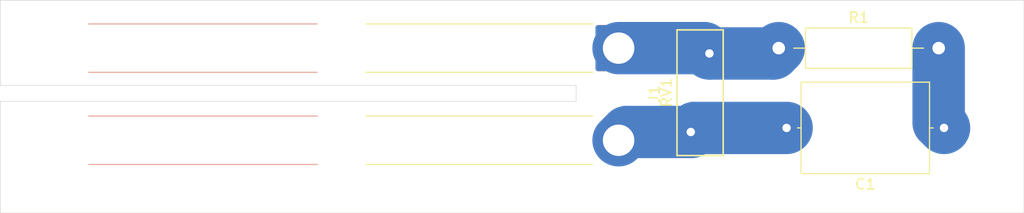
<source format=kicad_pcb>
(kicad_pcb (version 20171130) (host pcbnew "(5.1.10)-1")

  (general
    (thickness 1.6)
    (drawings 8)
    (tracks 10)
    (zones 0)
    (modules 4)
    (nets 4)
  )

  (page A4)
  (layers
    (0 F.Cu signal)
    (31 B.Cu signal)
    (32 B.Adhes user)
    (33 F.Adhes user)
    (34 B.Paste user)
    (35 F.Paste user)
    (36 B.SilkS user)
    (37 F.SilkS user)
    (38 B.Mask user)
    (39 F.Mask user)
    (40 Dwgs.User user)
    (41 Cmts.User user)
    (42 Eco1.User user)
    (43 Eco2.User user)
    (44 Edge.Cuts user)
    (45 Margin user)
    (46 B.CrtYd user)
    (47 F.CrtYd user)
    (48 B.Fab user)
    (49 F.Fab user)
  )

  (setup
    (last_trace_width 5)
    (user_trace_width 5)
    (trace_clearance 0.2)
    (zone_clearance 0.508)
    (zone_45_only no)
    (trace_min 0.2)
    (via_size 0.8)
    (via_drill 0.4)
    (via_min_size 0.4)
    (via_min_drill 0.3)
    (uvia_size 0.3)
    (uvia_drill 0.1)
    (uvias_allowed no)
    (uvia_min_size 0.2)
    (uvia_min_drill 0.1)
    (edge_width 0.05)
    (segment_width 0.2)
    (pcb_text_width 0.3)
    (pcb_text_size 1.5 1.5)
    (mod_edge_width 0.12)
    (mod_text_size 1 1)
    (mod_text_width 0.15)
    (pad_size 1.524 1.524)
    (pad_drill 0.762)
    (pad_to_mask_clearance 0)
    (aux_axis_origin 0 0)
    (visible_elements FFFFFF7F)
    (pcbplotparams
      (layerselection 0x010fc_ffffffff)
      (usegerberextensions false)
      (usegerberattributes true)
      (usegerberadvancedattributes true)
      (creategerberjobfile true)
      (excludeedgelayer true)
      (linewidth 0.100000)
      (plotframeref false)
      (viasonmask false)
      (mode 1)
      (useauxorigin false)
      (hpglpennumber 1)
      (hpglpenspeed 20)
      (hpglpendiameter 15.000000)
      (psnegative false)
      (psa4output false)
      (plotreference true)
      (plotvalue true)
      (plotinvisibletext false)
      (padsonsilk false)
      (subtractmaskfromsilk false)
      (outputformat 1)
      (mirror false)
      (drillshape 1)
      (scaleselection 1)
      (outputdirectory ""))
  )

  (net 0 "")
  (net 1 "Net-(C1-Pad2)")
  (net 2 "Net-(C1-Pad1)")
  (net 3 "Net-(J1-Pad1)")

  (net_class Default "This is the default net class."
    (clearance 0.2)
    (trace_width 0.25)
    (via_dia 0.8)
    (via_drill 0.4)
    (uvia_dia 0.3)
    (uvia_drill 0.1)
    (add_net "Net-(C1-Pad1)")
    (add_net "Net-(C1-Pad2)")
    (add_net "Net-(J1-Pad1)")
  )

  (module Varistor:RV_Disc_D12mm_W4.4mm_P7.5mm (layer F.Cu) (tedit 5A0F68FD) (tstamp 612D6DC5)
    (at 123.952 89.408 270)
    (descr "Varistor, diameter 12mm, width 4.4mm, pitch 7.5mm")
    (tags "varistor SIOV")
    (path /61627F20)
    (fp_text reference RV1 (at 3.75 4.0875 90) (layer F.SilkS)
      (effects (font (size 1 1) (thickness 0.15)))
    )
    (fp_text value Varistor (at 3.75 -2.3125 90) (layer F.Fab)
      (effects (font (size 1 1) (thickness 0.15)))
    )
    (fp_text user %R (at 3.75 0.887 90) (layer F.Fab)
      (effects (font (size 1 1) (thickness 0.15)))
    )
    (fp_line (start -2.5 3.34) (end 10 3.34) (layer F.CrtYd) (width 0.05))
    (fp_line (start -2.5 -1.56) (end 10 -1.56) (layer F.CrtYd) (width 0.05))
    (fp_line (start 10 -1.56) (end 10 3.34) (layer F.CrtYd) (width 0.05))
    (fp_line (start -2.5 -1.56) (end -2.5 3.34) (layer F.CrtYd) (width 0.05))
    (fp_line (start -2.25 3.0875) (end 9.75 3.0875) (layer F.SilkS) (width 0.15))
    (fp_line (start -2.25 -1.3125) (end 9.75 -1.3125) (layer F.SilkS) (width 0.15))
    (fp_line (start 9.75 -1.3125) (end 9.75 3.0875) (layer F.SilkS) (width 0.15))
    (fp_line (start -2.25 -1.3125) (end -2.25 3.0875) (layer F.SilkS) (width 0.15))
    (fp_line (start -2.25 3.0875) (end 9.75 3.0875) (layer F.Fab) (width 0.1))
    (fp_line (start -2.25 -1.3125) (end 9.75 -1.3125) (layer F.Fab) (width 0.1))
    (fp_line (start 9.75 -1.3125) (end 9.75 3.0875) (layer F.Fab) (width 0.1))
    (fp_line (start -2.25 -1.3125) (end -2.25 3.0875) (layer F.Fab) (width 0.1))
    (pad 2 thru_hole circle (at 7.5 1.775 270) (size 1.8 1.8) (drill 0.8) (layers *.Cu *.Mask)
      (net 1 "Net-(C1-Pad2)"))
    (pad 1 thru_hole circle (at 0 0 270) (size 1.8 1.8) (drill 0.8) (layers *.Cu *.Mask)
      (net 3 "Net-(J1-Pad1)"))
    (model ${KISYS3DMOD}/Varistor.3dshapes/RV_Disc_D12mm_W4.4mm_P7.5mm.wrl
      (at (xyz 0 0 0))
      (scale (xyz 1 1 1))
      (rotate (xyz 0 0 0))
    )
  )

  (module Resistor_THT:R_Axial_DIN0411_L9.9mm_D3.6mm_P15.24mm_Horizontal (layer F.Cu) (tedit 5AE5139B) (tstamp 612D6821)
    (at 130.556 88.9)
    (descr "Resistor, Axial_DIN0411 series, Axial, Horizontal, pin pitch=15.24mm, 1W, length*diameter=9.9*3.6mm^2")
    (tags "Resistor Axial_DIN0411 series Axial Horizontal pin pitch 15.24mm 1W length 9.9mm diameter 3.6mm")
    (path /616287D7)
    (fp_text reference R1 (at 7.62 -2.92) (layer F.SilkS)
      (effects (font (size 1 1) (thickness 0.15)))
    )
    (fp_text value R (at 7.62 2.92) (layer F.Fab)
      (effects (font (size 1 1) (thickness 0.15)))
    )
    (fp_text user %R (at 7.62 0) (layer F.Fab)
      (effects (font (size 1 1) (thickness 0.15)))
    )
    (fp_line (start 2.67 -1.8) (end 2.67 1.8) (layer F.Fab) (width 0.1))
    (fp_line (start 2.67 1.8) (end 12.57 1.8) (layer F.Fab) (width 0.1))
    (fp_line (start 12.57 1.8) (end 12.57 -1.8) (layer F.Fab) (width 0.1))
    (fp_line (start 12.57 -1.8) (end 2.67 -1.8) (layer F.Fab) (width 0.1))
    (fp_line (start 0 0) (end 2.67 0) (layer F.Fab) (width 0.1))
    (fp_line (start 15.24 0) (end 12.57 0) (layer F.Fab) (width 0.1))
    (fp_line (start 2.55 -1.92) (end 2.55 1.92) (layer F.SilkS) (width 0.12))
    (fp_line (start 2.55 1.92) (end 12.69 1.92) (layer F.SilkS) (width 0.12))
    (fp_line (start 12.69 1.92) (end 12.69 -1.92) (layer F.SilkS) (width 0.12))
    (fp_line (start 12.69 -1.92) (end 2.55 -1.92) (layer F.SilkS) (width 0.12))
    (fp_line (start 1.44 0) (end 2.55 0) (layer F.SilkS) (width 0.12))
    (fp_line (start 13.8 0) (end 12.69 0) (layer F.SilkS) (width 0.12))
    (fp_line (start -1.45 -2.05) (end -1.45 2.05) (layer F.CrtYd) (width 0.05))
    (fp_line (start -1.45 2.05) (end 16.69 2.05) (layer F.CrtYd) (width 0.05))
    (fp_line (start 16.69 2.05) (end 16.69 -2.05) (layer F.CrtYd) (width 0.05))
    (fp_line (start 16.69 -2.05) (end -1.45 -2.05) (layer F.CrtYd) (width 0.05))
    (pad 2 thru_hole oval (at 15.24 0) (size 2.4 2.4) (drill 1.2) (layers *.Cu *.Mask)
      (net 2 "Net-(C1-Pad1)"))
    (pad 1 thru_hole circle (at 0 0) (size 2.4 2.4) (drill 1.2) (layers *.Cu *.Mask)
      (net 3 "Net-(J1-Pad1)"))
    (model ${KISYS3DMOD}/Resistor_THT.3dshapes/R_Axial_DIN0411_L9.9mm_D3.6mm_P15.24mm_Horizontal.wrl
      (at (xyz 0 0 0))
      (scale (xyz 1 1 1))
      (rotate (xyz 0 0 0))
    )
  )

  (module Connector_Wire:SolderWire-2.5sqmm_1x02_P8.8mm_D2.4mm_OD4.4mm_Relief2x (layer F.Cu) (tedit 5EB70B45) (tstamp 612D680A)
    (at 115.3 88.9 270)
    (descr "Soldered wire connection with double feed through strain relief, for 2 times 2.5 mm² wires, reinforced insulation, conductor diameter 2.4mm, outer diameter 4.4mm, size source Multi-Contact FLEXI-xV 2.5 (https://ec.staubli.com/AcroFiles/Catalogues/TM_Cab-Main-11014119_(en)_hi.pdf), bend radius 3 times outer diameter, generated with kicad-footprint-generator")
    (tags "connector wire 2.5sqmm double-strain-relief")
    (path /6162717A)
    (attr virtual)
    (fp_text reference J1 (at 4.4 -3.4 90) (layer F.SilkS)
      (effects (font (size 1 1) (thickness 0.15)))
    )
    (fp_text value Conn_01x02_Male (at 4.4 56.45 90) (layer F.Fab)
      (effects (font (size 1 1) (thickness 0.15)))
    )
    (fp_text user %R (at 4.4 13.2 90) (layer F.Fab)
      (effects (font (size 1 1) (thickness 0.15)))
    )
    (fp_circle (center 0 0) (end 2.2 0) (layer F.Fab) (width 0.1))
    (fp_circle (center 0 26.4) (end 2.2 26.4) (layer F.Fab) (width 0.1))
    (fp_circle (center 0 52.8) (end 2.2 52.8) (layer F.Fab) (width 0.1))
    (fp_circle (center 0 26.4) (end 2.2 26.4) (layer B.Fab) (width 0.1))
    (fp_circle (center 0 52.8) (end 2.2 52.8) (layer B.Fab) (width 0.1))
    (fp_circle (center 8.8 0) (end 11 0) (layer F.Fab) (width 0.1))
    (fp_circle (center 8.8 26.4) (end 11 26.4) (layer F.Fab) (width 0.1))
    (fp_circle (center 8.8 52.8) (end 11 52.8) (layer F.Fab) (width 0.1))
    (fp_circle (center 8.8 26.4) (end 11 26.4) (layer B.Fab) (width 0.1))
    (fp_circle (center 8.8 52.8) (end 11 52.8) (layer B.Fab) (width 0.1))
    (fp_line (start -2.2 0) (end -2.2 26.4) (layer F.Fab) (width 0.1))
    (fp_line (start 2.2 0) (end 2.2 26.4) (layer F.Fab) (width 0.1))
    (fp_line (start -2.2 26.4) (end -2.2 52.8) (layer B.Fab) (width 0.1))
    (fp_line (start 2.2 26.4) (end 2.2 52.8) (layer B.Fab) (width 0.1))
    (fp_line (start 2.31 2.46) (end 2.31 24.09) (layer F.SilkS) (width 0.12))
    (fp_line (start -2.31 2.46) (end -2.31 24.09) (layer F.SilkS) (width 0.12))
    (fp_line (start 2.31 28.71) (end 2.31 50.49) (layer B.SilkS) (width 0.12))
    (fp_line (start -2.31 28.71) (end -2.31 50.49) (layer B.SilkS) (width 0.12))
    (fp_line (start -2.95 -2.7) (end -2.95 29.35) (layer F.CrtYd) (width 0.05))
    (fp_line (start -2.95 29.35) (end 2.95 29.35) (layer F.CrtYd) (width 0.05))
    (fp_line (start 2.95 29.35) (end 2.95 -2.7) (layer F.CrtYd) (width 0.05))
    (fp_line (start 2.95 -2.7) (end -2.95 -2.7) (layer F.CrtYd) (width 0.05))
    (fp_line (start -2.95 49.85) (end -2.95 55.75) (layer F.CrtYd) (width 0.05))
    (fp_line (start -2.95 55.75) (end 2.95 55.75) (layer F.CrtYd) (width 0.05))
    (fp_line (start 2.95 55.75) (end 2.95 49.85) (layer F.CrtYd) (width 0.05))
    (fp_line (start 2.95 49.85) (end -2.95 49.85) (layer F.CrtYd) (width 0.05))
    (fp_line (start -2.95 23.45) (end -2.95 55.75) (layer B.CrtYd) (width 0.05))
    (fp_line (start -2.95 55.75) (end 2.95 55.75) (layer B.CrtYd) (width 0.05))
    (fp_line (start 2.95 55.75) (end 2.95 23.45) (layer B.CrtYd) (width 0.05))
    (fp_line (start 2.95 23.45) (end -2.95 23.45) (layer B.CrtYd) (width 0.05))
    (fp_line (start 6.6 0) (end 6.6 26.4) (layer F.Fab) (width 0.1))
    (fp_line (start 11 0) (end 11 26.4) (layer F.Fab) (width 0.1))
    (fp_line (start 6.6 26.4) (end 6.6 52.8) (layer B.Fab) (width 0.1))
    (fp_line (start 11 26.4) (end 11 52.8) (layer B.Fab) (width 0.1))
    (fp_line (start 11.11 2.46) (end 11.11 24.09) (layer F.SilkS) (width 0.12))
    (fp_line (start 6.49 2.46) (end 6.49 24.09) (layer F.SilkS) (width 0.12))
    (fp_line (start 11.11 28.71) (end 11.11 50.49) (layer B.SilkS) (width 0.12))
    (fp_line (start 6.49 28.71) (end 6.49 50.49) (layer B.SilkS) (width 0.12))
    (fp_line (start 5.85 -2.7) (end 5.85 29.35) (layer F.CrtYd) (width 0.05))
    (fp_line (start 5.85 29.35) (end 11.75 29.35) (layer F.CrtYd) (width 0.05))
    (fp_line (start 11.75 29.35) (end 11.75 -2.7) (layer F.CrtYd) (width 0.05))
    (fp_line (start 11.75 -2.7) (end 5.85 -2.7) (layer F.CrtYd) (width 0.05))
    (fp_line (start 5.85 49.85) (end 5.85 55.75) (layer F.CrtYd) (width 0.05))
    (fp_line (start 5.85 55.75) (end 11.75 55.75) (layer F.CrtYd) (width 0.05))
    (fp_line (start 11.75 55.75) (end 11.75 49.85) (layer F.CrtYd) (width 0.05))
    (fp_line (start 11.75 49.85) (end 5.85 49.85) (layer F.CrtYd) (width 0.05))
    (fp_line (start 5.85 23.45) (end 5.85 55.75) (layer B.CrtYd) (width 0.05))
    (fp_line (start 5.85 55.75) (end 11.75 55.75) (layer B.CrtYd) (width 0.05))
    (fp_line (start 11.75 55.75) (end 11.75 23.45) (layer B.CrtYd) (width 0.05))
    (fp_line (start 11.75 23.45) (end 5.85 23.45) (layer B.CrtYd) (width 0.05))
    (pad "" np_thru_hole circle (at 8.8 52.8 270) (size 4.9 4.9) (drill 4.9) (layers *.Cu *.Mask))
    (pad "" np_thru_hole circle (at 8.8 26.4 270) (size 4.9 4.9) (drill 4.9) (layers *.Cu *.Mask))
    (pad "" np_thru_hole circle (at 0 52.8 270) (size 4.9 4.9) (drill 4.9) (layers *.Cu *.Mask))
    (pad "" np_thru_hole circle (at 0 26.4 270) (size 4.9 4.9) (drill 4.9) (layers *.Cu *.Mask))
    (pad 2 thru_hole circle (at 8.8 0 270) (size 4.4 4.4) (drill 3) (layers *.Cu *.Mask)
      (net 1 "Net-(C1-Pad2)"))
    (pad 1 thru_hole roundrect (at 0 0 270) (size 4.4 4.4) (drill 3) (layers *.Cu *.Mask) (roundrect_rratio 0.056818)
      (net 3 "Net-(J1-Pad1)"))
    (model ${KISYS3DMOD}/Connector_Wire.3dshapes/SolderWire-2.5sqmm_1x02_P8.8mm_D2.4mm_OD4.4mm_Relief2x.wrl
      (at (xyz 0 0 0))
      (scale (xyz 1 1 1))
      (rotate (xyz 0 0 0))
    )
  )

  (module Capacitor_THT:C_Axial_L12.0mm_D8.5mm_P15.00mm_Horizontal (layer F.Cu) (tedit 5AE50EF0) (tstamp 612D68F2)
    (at 146.304 96.52 180)
    (descr "C, Axial series, Axial, Horizontal, pin pitch=15mm, , length*diameter=12*8.5mm^2, http://cdn-reichelt.de/documents/datenblatt/B300/STYROFLEX.pdf")
    (tags "C Axial series Axial Horizontal pin pitch 15mm  length 12mm diameter 8.5mm")
    (path /61628ABD)
    (fp_text reference C1 (at 7.5 -5.37) (layer F.SilkS)
      (effects (font (size 1 1) (thickness 0.15)))
    )
    (fp_text value C (at 7.5 5.37) (layer F.Fab)
      (effects (font (size 1 1) (thickness 0.15)))
    )
    (fp_text user %R (at 7.5 0) (layer F.Fab)
      (effects (font (size 1 1) (thickness 0.15)))
    )
    (fp_line (start 1.5 -4.25) (end 1.5 4.25) (layer F.Fab) (width 0.1))
    (fp_line (start 1.5 4.25) (end 13.5 4.25) (layer F.Fab) (width 0.1))
    (fp_line (start 13.5 4.25) (end 13.5 -4.25) (layer F.Fab) (width 0.1))
    (fp_line (start 13.5 -4.25) (end 1.5 -4.25) (layer F.Fab) (width 0.1))
    (fp_line (start 0 0) (end 1.5 0) (layer F.Fab) (width 0.1))
    (fp_line (start 15 0) (end 13.5 0) (layer F.Fab) (width 0.1))
    (fp_line (start 1.38 -4.37) (end 1.38 4.37) (layer F.SilkS) (width 0.12))
    (fp_line (start 1.38 4.37) (end 13.62 4.37) (layer F.SilkS) (width 0.12))
    (fp_line (start 13.62 4.37) (end 13.62 -4.37) (layer F.SilkS) (width 0.12))
    (fp_line (start 13.62 -4.37) (end 1.38 -4.37) (layer F.SilkS) (width 0.12))
    (fp_line (start 1.04 0) (end 1.38 0) (layer F.SilkS) (width 0.12))
    (fp_line (start 13.96 0) (end 13.62 0) (layer F.SilkS) (width 0.12))
    (fp_line (start -1.05 -4.5) (end -1.05 4.5) (layer F.CrtYd) (width 0.05))
    (fp_line (start -1.05 4.5) (end 16.05 4.5) (layer F.CrtYd) (width 0.05))
    (fp_line (start 16.05 4.5) (end 16.05 -4.5) (layer F.CrtYd) (width 0.05))
    (fp_line (start 16.05 -4.5) (end -1.05 -4.5) (layer F.CrtYd) (width 0.05))
    (pad 2 thru_hole oval (at 15 0 180) (size 1.6 1.6) (drill 0.8) (layers *.Cu *.Mask)
      (net 1 "Net-(C1-Pad2)"))
    (pad 1 thru_hole circle (at 0 0 180) (size 1.6 1.6) (drill 0.8) (layers *.Cu *.Mask)
      (net 2 "Net-(C1-Pad1)"))
    (model ${KISYS3DMOD}/Capacitor_THT.3dshapes/C_Axial_L12.0mm_D8.5mm_P15.00mm_Horizontal.wrl
      (at (xyz 0 0 0))
      (scale (xyz 1 1 1))
      (rotate (xyz 0 0 0))
    )
  )

  (gr_line (start 56.388 104.648) (end 56.388 93.98) (layer Edge.Cuts) (width 0.05))
  (gr_line (start 153.924 104.648) (end 56.388 104.648) (layer Edge.Cuts) (width 0.05))
  (gr_line (start 153.924 84.328) (end 153.924 104.648) (layer Edge.Cuts) (width 0.05))
  (gr_line (start 56.388 84.328) (end 153.924 84.328) (layer Edge.Cuts) (width 0.05))
  (gr_line (start 56.388 92.456) (end 56.388 84.328) (layer Edge.Cuts) (width 0.05))
  (gr_line (start 111.252 92.456) (end 56.388 92.456) (layer Edge.Cuts) (width 0.05))
  (gr_line (start 111.252 93.98) (end 111.252 92.456) (layer Edge.Cuts) (width 0.05))
  (gr_line (start 56.388 93.98) (end 111.252 93.98) (layer Edge.Cuts) (width 0.05))

  (segment (start 122.565 96.52) (end 122.177 96.908) (width 5) (layer B.Cu) (net 1))
  (segment (start 131.304 96.52) (end 122.565 96.52) (width 5) (layer B.Cu) (net 1))
  (segment (start 116.092 96.908) (end 115.3 97.7) (width 5) (layer B.Cu) (net 1))
  (segment (start 122.177 96.908) (end 116.092 96.908) (width 5) (layer B.Cu) (net 1))
  (segment (start 145.796 96.012) (end 146.304 96.52) (width 5) (layer B.Cu) (net 2))
  (segment (start 145.796 88.9) (end 145.796 96.012) (width 5) (layer B.Cu) (net 2))
  (segment (start 123.444 88.9) (end 123.952 89.408) (width 5) (layer B.Cu) (net 3))
  (segment (start 115.3 88.9) (end 123.444 88.9) (width 5) (layer B.Cu) (net 3))
  (segment (start 130.048 89.408) (end 130.556 88.9) (width 5) (layer B.Cu) (net 3))
  (segment (start 123.952 89.408) (end 130.048 89.408) (width 5) (layer B.Cu) (net 3))

)

</source>
